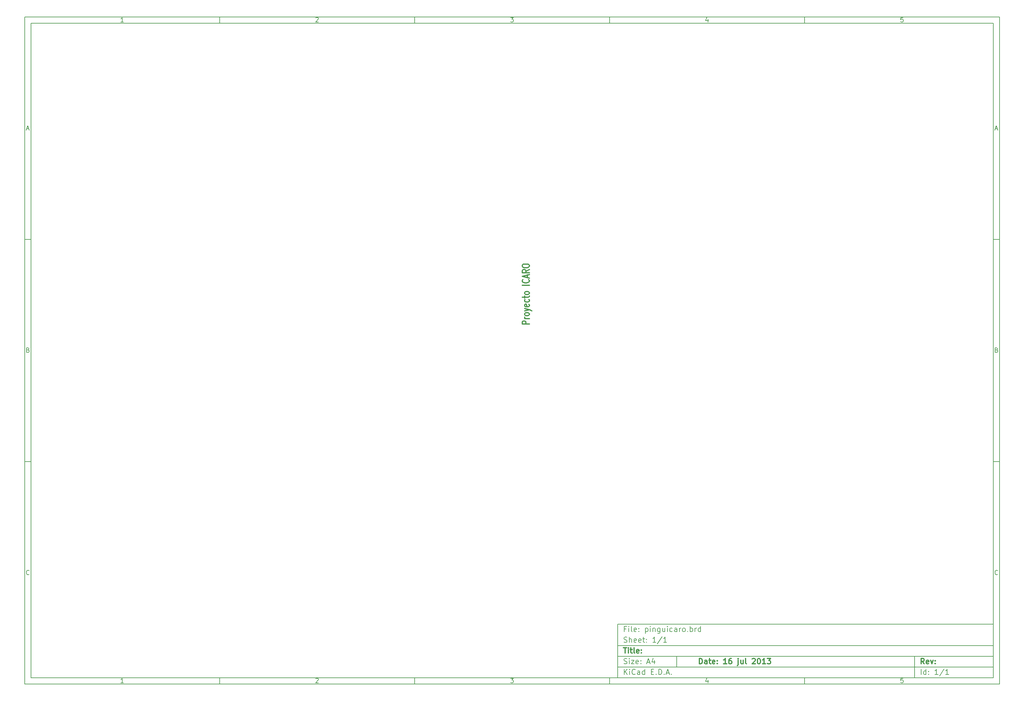
<source format=gbr>
G04 (created by PCBNEW-RS274X (2012-01-19 BZR 3256)-stable) date mar 16 jul 2013 12:41:11 ART*
G01*
G70*
G90*
%MOIN*%
G04 Gerber Fmt 3.4, Leading zero omitted, Abs format*
%FSLAX34Y34*%
G04 APERTURE LIST*
%ADD10C,0.006000*%
%ADD11C,0.012000*%
G04 APERTURE END LIST*
G54D10*
X04000Y-04000D02*
X113000Y-04000D01*
X113000Y-78670D01*
X04000Y-78670D01*
X04000Y-04000D01*
X04700Y-04700D02*
X112300Y-04700D01*
X112300Y-77970D01*
X04700Y-77970D01*
X04700Y-04700D01*
X25800Y-04000D02*
X25800Y-04700D01*
X15043Y-04552D02*
X14757Y-04552D01*
X14900Y-04552D02*
X14900Y-04052D01*
X14852Y-04124D01*
X14805Y-04171D01*
X14757Y-04195D01*
X25800Y-78670D02*
X25800Y-77970D01*
X15043Y-78522D02*
X14757Y-78522D01*
X14900Y-78522D02*
X14900Y-78022D01*
X14852Y-78094D01*
X14805Y-78141D01*
X14757Y-78165D01*
X47600Y-04000D02*
X47600Y-04700D01*
X36557Y-04100D02*
X36581Y-04076D01*
X36629Y-04052D01*
X36748Y-04052D01*
X36795Y-04076D01*
X36819Y-04100D01*
X36843Y-04148D01*
X36843Y-04195D01*
X36819Y-04267D01*
X36533Y-04552D01*
X36843Y-04552D01*
X47600Y-78670D02*
X47600Y-77970D01*
X36557Y-78070D02*
X36581Y-78046D01*
X36629Y-78022D01*
X36748Y-78022D01*
X36795Y-78046D01*
X36819Y-78070D01*
X36843Y-78118D01*
X36843Y-78165D01*
X36819Y-78237D01*
X36533Y-78522D01*
X36843Y-78522D01*
X69400Y-04000D02*
X69400Y-04700D01*
X58333Y-04052D02*
X58643Y-04052D01*
X58476Y-04243D01*
X58548Y-04243D01*
X58595Y-04267D01*
X58619Y-04290D01*
X58643Y-04338D01*
X58643Y-04457D01*
X58619Y-04505D01*
X58595Y-04529D01*
X58548Y-04552D01*
X58405Y-04552D01*
X58357Y-04529D01*
X58333Y-04505D01*
X69400Y-78670D02*
X69400Y-77970D01*
X58333Y-78022D02*
X58643Y-78022D01*
X58476Y-78213D01*
X58548Y-78213D01*
X58595Y-78237D01*
X58619Y-78260D01*
X58643Y-78308D01*
X58643Y-78427D01*
X58619Y-78475D01*
X58595Y-78499D01*
X58548Y-78522D01*
X58405Y-78522D01*
X58357Y-78499D01*
X58333Y-78475D01*
X91200Y-04000D02*
X91200Y-04700D01*
X80395Y-04219D02*
X80395Y-04552D01*
X80276Y-04029D02*
X80157Y-04386D01*
X80467Y-04386D01*
X91200Y-78670D02*
X91200Y-77970D01*
X80395Y-78189D02*
X80395Y-78522D01*
X80276Y-77999D02*
X80157Y-78356D01*
X80467Y-78356D01*
X102219Y-04052D02*
X101981Y-04052D01*
X101957Y-04290D01*
X101981Y-04267D01*
X102029Y-04243D01*
X102148Y-04243D01*
X102195Y-04267D01*
X102219Y-04290D01*
X102243Y-04338D01*
X102243Y-04457D01*
X102219Y-04505D01*
X102195Y-04529D01*
X102148Y-04552D01*
X102029Y-04552D01*
X101981Y-04529D01*
X101957Y-04505D01*
X102219Y-78022D02*
X101981Y-78022D01*
X101957Y-78260D01*
X101981Y-78237D01*
X102029Y-78213D01*
X102148Y-78213D01*
X102195Y-78237D01*
X102219Y-78260D01*
X102243Y-78308D01*
X102243Y-78427D01*
X102219Y-78475D01*
X102195Y-78499D01*
X102148Y-78522D01*
X102029Y-78522D01*
X101981Y-78499D01*
X101957Y-78475D01*
X04000Y-28890D02*
X04700Y-28890D01*
X04231Y-16510D02*
X04469Y-16510D01*
X04184Y-16652D02*
X04350Y-16152D01*
X04517Y-16652D01*
X113000Y-28890D02*
X112300Y-28890D01*
X112531Y-16510D02*
X112769Y-16510D01*
X112484Y-16652D02*
X112650Y-16152D01*
X112817Y-16652D01*
X04000Y-53780D02*
X04700Y-53780D01*
X04386Y-41280D02*
X04457Y-41304D01*
X04481Y-41328D01*
X04505Y-41376D01*
X04505Y-41447D01*
X04481Y-41495D01*
X04457Y-41519D01*
X04410Y-41542D01*
X04219Y-41542D01*
X04219Y-41042D01*
X04386Y-41042D01*
X04433Y-41066D01*
X04457Y-41090D01*
X04481Y-41138D01*
X04481Y-41185D01*
X04457Y-41233D01*
X04433Y-41257D01*
X04386Y-41280D01*
X04219Y-41280D01*
X113000Y-53780D02*
X112300Y-53780D01*
X112686Y-41280D02*
X112757Y-41304D01*
X112781Y-41328D01*
X112805Y-41376D01*
X112805Y-41447D01*
X112781Y-41495D01*
X112757Y-41519D01*
X112710Y-41542D01*
X112519Y-41542D01*
X112519Y-41042D01*
X112686Y-41042D01*
X112733Y-41066D01*
X112757Y-41090D01*
X112781Y-41138D01*
X112781Y-41185D01*
X112757Y-41233D01*
X112733Y-41257D01*
X112686Y-41280D01*
X112519Y-41280D01*
X04505Y-66385D02*
X04481Y-66409D01*
X04410Y-66432D01*
X04362Y-66432D01*
X04290Y-66409D01*
X04243Y-66361D01*
X04219Y-66313D01*
X04195Y-66218D01*
X04195Y-66147D01*
X04219Y-66051D01*
X04243Y-66004D01*
X04290Y-65956D01*
X04362Y-65932D01*
X04410Y-65932D01*
X04481Y-65956D01*
X04505Y-65980D01*
X112805Y-66385D02*
X112781Y-66409D01*
X112710Y-66432D01*
X112662Y-66432D01*
X112590Y-66409D01*
X112543Y-66361D01*
X112519Y-66313D01*
X112495Y-66218D01*
X112495Y-66147D01*
X112519Y-66051D01*
X112543Y-66004D01*
X112590Y-65956D01*
X112662Y-65932D01*
X112710Y-65932D01*
X112781Y-65956D01*
X112805Y-65980D01*
G54D11*
X79443Y-76413D02*
X79443Y-75813D01*
X79586Y-75813D01*
X79671Y-75841D01*
X79729Y-75899D01*
X79757Y-75956D01*
X79786Y-76070D01*
X79786Y-76156D01*
X79757Y-76270D01*
X79729Y-76327D01*
X79671Y-76384D01*
X79586Y-76413D01*
X79443Y-76413D01*
X80300Y-76413D02*
X80300Y-76099D01*
X80271Y-76041D01*
X80214Y-76013D01*
X80100Y-76013D01*
X80043Y-76041D01*
X80300Y-76384D02*
X80243Y-76413D01*
X80100Y-76413D01*
X80043Y-76384D01*
X80014Y-76327D01*
X80014Y-76270D01*
X80043Y-76213D01*
X80100Y-76184D01*
X80243Y-76184D01*
X80300Y-76156D01*
X80500Y-76013D02*
X80729Y-76013D01*
X80586Y-75813D02*
X80586Y-76327D01*
X80614Y-76384D01*
X80672Y-76413D01*
X80729Y-76413D01*
X81157Y-76384D02*
X81100Y-76413D01*
X80986Y-76413D01*
X80929Y-76384D01*
X80900Y-76327D01*
X80900Y-76099D01*
X80929Y-76041D01*
X80986Y-76013D01*
X81100Y-76013D01*
X81157Y-76041D01*
X81186Y-76099D01*
X81186Y-76156D01*
X80900Y-76213D01*
X81443Y-76356D02*
X81471Y-76384D01*
X81443Y-76413D01*
X81414Y-76384D01*
X81443Y-76356D01*
X81443Y-76413D01*
X81443Y-76041D02*
X81471Y-76070D01*
X81443Y-76099D01*
X81414Y-76070D01*
X81443Y-76041D01*
X81443Y-76099D01*
X82500Y-76413D02*
X82157Y-76413D01*
X82329Y-76413D02*
X82329Y-75813D01*
X82272Y-75899D01*
X82214Y-75956D01*
X82157Y-75984D01*
X83014Y-75813D02*
X82900Y-75813D01*
X82843Y-75841D01*
X82814Y-75870D01*
X82757Y-75956D01*
X82728Y-76070D01*
X82728Y-76299D01*
X82757Y-76356D01*
X82785Y-76384D01*
X82843Y-76413D01*
X82957Y-76413D01*
X83014Y-76384D01*
X83043Y-76356D01*
X83071Y-76299D01*
X83071Y-76156D01*
X83043Y-76099D01*
X83014Y-76070D01*
X82957Y-76041D01*
X82843Y-76041D01*
X82785Y-76070D01*
X82757Y-76099D01*
X82728Y-76156D01*
X83785Y-76013D02*
X83785Y-76527D01*
X83756Y-76584D01*
X83699Y-76613D01*
X83671Y-76613D01*
X83785Y-75813D02*
X83756Y-75841D01*
X83785Y-75870D01*
X83813Y-75841D01*
X83785Y-75813D01*
X83785Y-75870D01*
X84328Y-76013D02*
X84328Y-76413D01*
X84071Y-76013D02*
X84071Y-76327D01*
X84099Y-76384D01*
X84157Y-76413D01*
X84242Y-76413D01*
X84299Y-76384D01*
X84328Y-76356D01*
X84700Y-76413D02*
X84642Y-76384D01*
X84614Y-76327D01*
X84614Y-75813D01*
X85356Y-75870D02*
X85385Y-75841D01*
X85442Y-75813D01*
X85585Y-75813D01*
X85642Y-75841D01*
X85671Y-75870D01*
X85699Y-75927D01*
X85699Y-75984D01*
X85671Y-76070D01*
X85328Y-76413D01*
X85699Y-76413D01*
X86070Y-75813D02*
X86127Y-75813D01*
X86184Y-75841D01*
X86213Y-75870D01*
X86242Y-75927D01*
X86270Y-76041D01*
X86270Y-76184D01*
X86242Y-76299D01*
X86213Y-76356D01*
X86184Y-76384D01*
X86127Y-76413D01*
X86070Y-76413D01*
X86013Y-76384D01*
X85984Y-76356D01*
X85956Y-76299D01*
X85927Y-76184D01*
X85927Y-76041D01*
X85956Y-75927D01*
X85984Y-75870D01*
X86013Y-75841D01*
X86070Y-75813D01*
X86841Y-76413D02*
X86498Y-76413D01*
X86670Y-76413D02*
X86670Y-75813D01*
X86613Y-75899D01*
X86555Y-75956D01*
X86498Y-75984D01*
X87041Y-75813D02*
X87412Y-75813D01*
X87212Y-76041D01*
X87298Y-76041D01*
X87355Y-76070D01*
X87384Y-76099D01*
X87412Y-76156D01*
X87412Y-76299D01*
X87384Y-76356D01*
X87355Y-76384D01*
X87298Y-76413D01*
X87126Y-76413D01*
X87069Y-76384D01*
X87041Y-76356D01*
G54D10*
X71043Y-77613D02*
X71043Y-77013D01*
X71386Y-77613D02*
X71129Y-77270D01*
X71386Y-77013D02*
X71043Y-77356D01*
X71643Y-77613D02*
X71643Y-77213D01*
X71643Y-77013D02*
X71614Y-77041D01*
X71643Y-77070D01*
X71671Y-77041D01*
X71643Y-77013D01*
X71643Y-77070D01*
X72272Y-77556D02*
X72243Y-77584D01*
X72157Y-77613D01*
X72100Y-77613D01*
X72015Y-77584D01*
X71957Y-77527D01*
X71929Y-77470D01*
X71900Y-77356D01*
X71900Y-77270D01*
X71929Y-77156D01*
X71957Y-77099D01*
X72015Y-77041D01*
X72100Y-77013D01*
X72157Y-77013D01*
X72243Y-77041D01*
X72272Y-77070D01*
X72786Y-77613D02*
X72786Y-77299D01*
X72757Y-77241D01*
X72700Y-77213D01*
X72586Y-77213D01*
X72529Y-77241D01*
X72786Y-77584D02*
X72729Y-77613D01*
X72586Y-77613D01*
X72529Y-77584D01*
X72500Y-77527D01*
X72500Y-77470D01*
X72529Y-77413D01*
X72586Y-77384D01*
X72729Y-77384D01*
X72786Y-77356D01*
X73329Y-77613D02*
X73329Y-77013D01*
X73329Y-77584D02*
X73272Y-77613D01*
X73158Y-77613D01*
X73100Y-77584D01*
X73072Y-77556D01*
X73043Y-77499D01*
X73043Y-77327D01*
X73072Y-77270D01*
X73100Y-77241D01*
X73158Y-77213D01*
X73272Y-77213D01*
X73329Y-77241D01*
X74072Y-77299D02*
X74272Y-77299D01*
X74358Y-77613D02*
X74072Y-77613D01*
X74072Y-77013D01*
X74358Y-77013D01*
X74615Y-77556D02*
X74643Y-77584D01*
X74615Y-77613D01*
X74586Y-77584D01*
X74615Y-77556D01*
X74615Y-77613D01*
X74901Y-77613D02*
X74901Y-77013D01*
X75044Y-77013D01*
X75129Y-77041D01*
X75187Y-77099D01*
X75215Y-77156D01*
X75244Y-77270D01*
X75244Y-77356D01*
X75215Y-77470D01*
X75187Y-77527D01*
X75129Y-77584D01*
X75044Y-77613D01*
X74901Y-77613D01*
X75501Y-77556D02*
X75529Y-77584D01*
X75501Y-77613D01*
X75472Y-77584D01*
X75501Y-77556D01*
X75501Y-77613D01*
X75758Y-77441D02*
X76044Y-77441D01*
X75701Y-77613D02*
X75901Y-77013D01*
X76101Y-77613D01*
X76301Y-77556D02*
X76329Y-77584D01*
X76301Y-77613D01*
X76272Y-77584D01*
X76301Y-77556D01*
X76301Y-77613D01*
G54D11*
X104586Y-76413D02*
X104386Y-76127D01*
X104243Y-76413D02*
X104243Y-75813D01*
X104471Y-75813D01*
X104529Y-75841D01*
X104557Y-75870D01*
X104586Y-75927D01*
X104586Y-76013D01*
X104557Y-76070D01*
X104529Y-76099D01*
X104471Y-76127D01*
X104243Y-76127D01*
X105071Y-76384D02*
X105014Y-76413D01*
X104900Y-76413D01*
X104843Y-76384D01*
X104814Y-76327D01*
X104814Y-76099D01*
X104843Y-76041D01*
X104900Y-76013D01*
X105014Y-76013D01*
X105071Y-76041D01*
X105100Y-76099D01*
X105100Y-76156D01*
X104814Y-76213D01*
X105300Y-76013D02*
X105443Y-76413D01*
X105585Y-76013D01*
X105814Y-76356D02*
X105842Y-76384D01*
X105814Y-76413D01*
X105785Y-76384D01*
X105814Y-76356D01*
X105814Y-76413D01*
X105814Y-76041D02*
X105842Y-76070D01*
X105814Y-76099D01*
X105785Y-76070D01*
X105814Y-76041D01*
X105814Y-76099D01*
G54D10*
X71014Y-76384D02*
X71100Y-76413D01*
X71243Y-76413D01*
X71300Y-76384D01*
X71329Y-76356D01*
X71357Y-76299D01*
X71357Y-76241D01*
X71329Y-76184D01*
X71300Y-76156D01*
X71243Y-76127D01*
X71129Y-76099D01*
X71071Y-76070D01*
X71043Y-76041D01*
X71014Y-75984D01*
X71014Y-75927D01*
X71043Y-75870D01*
X71071Y-75841D01*
X71129Y-75813D01*
X71271Y-75813D01*
X71357Y-75841D01*
X71614Y-76413D02*
X71614Y-76013D01*
X71614Y-75813D02*
X71585Y-75841D01*
X71614Y-75870D01*
X71642Y-75841D01*
X71614Y-75813D01*
X71614Y-75870D01*
X71843Y-76013D02*
X72157Y-76013D01*
X71843Y-76413D01*
X72157Y-76413D01*
X72614Y-76384D02*
X72557Y-76413D01*
X72443Y-76413D01*
X72386Y-76384D01*
X72357Y-76327D01*
X72357Y-76099D01*
X72386Y-76041D01*
X72443Y-76013D01*
X72557Y-76013D01*
X72614Y-76041D01*
X72643Y-76099D01*
X72643Y-76156D01*
X72357Y-76213D01*
X72900Y-76356D02*
X72928Y-76384D01*
X72900Y-76413D01*
X72871Y-76384D01*
X72900Y-76356D01*
X72900Y-76413D01*
X72900Y-76041D02*
X72928Y-76070D01*
X72900Y-76099D01*
X72871Y-76070D01*
X72900Y-76041D01*
X72900Y-76099D01*
X73614Y-76241D02*
X73900Y-76241D01*
X73557Y-76413D02*
X73757Y-75813D01*
X73957Y-76413D01*
X74414Y-76013D02*
X74414Y-76413D01*
X74271Y-75784D02*
X74128Y-76213D01*
X74500Y-76213D01*
X104243Y-77613D02*
X104243Y-77013D01*
X104786Y-77613D02*
X104786Y-77013D01*
X104786Y-77584D02*
X104729Y-77613D01*
X104615Y-77613D01*
X104557Y-77584D01*
X104529Y-77556D01*
X104500Y-77499D01*
X104500Y-77327D01*
X104529Y-77270D01*
X104557Y-77241D01*
X104615Y-77213D01*
X104729Y-77213D01*
X104786Y-77241D01*
X105072Y-77556D02*
X105100Y-77584D01*
X105072Y-77613D01*
X105043Y-77584D01*
X105072Y-77556D01*
X105072Y-77613D01*
X105072Y-77241D02*
X105100Y-77270D01*
X105072Y-77299D01*
X105043Y-77270D01*
X105072Y-77241D01*
X105072Y-77299D01*
X106129Y-77613D02*
X105786Y-77613D01*
X105958Y-77613D02*
X105958Y-77013D01*
X105901Y-77099D01*
X105843Y-77156D01*
X105786Y-77184D01*
X106814Y-76984D02*
X106300Y-77756D01*
X107329Y-77613D02*
X106986Y-77613D01*
X107158Y-77613D02*
X107158Y-77013D01*
X107101Y-77099D01*
X107043Y-77156D01*
X106986Y-77184D01*
G54D11*
X70957Y-74613D02*
X71300Y-74613D01*
X71129Y-75213D02*
X71129Y-74613D01*
X71500Y-75213D02*
X71500Y-74813D01*
X71500Y-74613D02*
X71471Y-74641D01*
X71500Y-74670D01*
X71528Y-74641D01*
X71500Y-74613D01*
X71500Y-74670D01*
X71700Y-74813D02*
X71929Y-74813D01*
X71786Y-74613D02*
X71786Y-75127D01*
X71814Y-75184D01*
X71872Y-75213D01*
X71929Y-75213D01*
X72215Y-75213D02*
X72157Y-75184D01*
X72129Y-75127D01*
X72129Y-74613D01*
X72671Y-75184D02*
X72614Y-75213D01*
X72500Y-75213D01*
X72443Y-75184D01*
X72414Y-75127D01*
X72414Y-74899D01*
X72443Y-74841D01*
X72500Y-74813D01*
X72614Y-74813D01*
X72671Y-74841D01*
X72700Y-74899D01*
X72700Y-74956D01*
X72414Y-75013D01*
X72957Y-75156D02*
X72985Y-75184D01*
X72957Y-75213D01*
X72928Y-75184D01*
X72957Y-75156D01*
X72957Y-75213D01*
X72957Y-74841D02*
X72985Y-74870D01*
X72957Y-74899D01*
X72928Y-74870D01*
X72957Y-74841D01*
X72957Y-74899D01*
G54D10*
X71243Y-72499D02*
X71043Y-72499D01*
X71043Y-72813D02*
X71043Y-72213D01*
X71329Y-72213D01*
X71557Y-72813D02*
X71557Y-72413D01*
X71557Y-72213D02*
X71528Y-72241D01*
X71557Y-72270D01*
X71585Y-72241D01*
X71557Y-72213D01*
X71557Y-72270D01*
X71929Y-72813D02*
X71871Y-72784D01*
X71843Y-72727D01*
X71843Y-72213D01*
X72385Y-72784D02*
X72328Y-72813D01*
X72214Y-72813D01*
X72157Y-72784D01*
X72128Y-72727D01*
X72128Y-72499D01*
X72157Y-72441D01*
X72214Y-72413D01*
X72328Y-72413D01*
X72385Y-72441D01*
X72414Y-72499D01*
X72414Y-72556D01*
X72128Y-72613D01*
X72671Y-72756D02*
X72699Y-72784D01*
X72671Y-72813D01*
X72642Y-72784D01*
X72671Y-72756D01*
X72671Y-72813D01*
X72671Y-72441D02*
X72699Y-72470D01*
X72671Y-72499D01*
X72642Y-72470D01*
X72671Y-72441D01*
X72671Y-72499D01*
X73414Y-72413D02*
X73414Y-73013D01*
X73414Y-72441D02*
X73471Y-72413D01*
X73585Y-72413D01*
X73642Y-72441D01*
X73671Y-72470D01*
X73700Y-72527D01*
X73700Y-72699D01*
X73671Y-72756D01*
X73642Y-72784D01*
X73585Y-72813D01*
X73471Y-72813D01*
X73414Y-72784D01*
X73957Y-72813D02*
X73957Y-72413D01*
X73957Y-72213D02*
X73928Y-72241D01*
X73957Y-72270D01*
X73985Y-72241D01*
X73957Y-72213D01*
X73957Y-72270D01*
X74243Y-72413D02*
X74243Y-72813D01*
X74243Y-72470D02*
X74271Y-72441D01*
X74329Y-72413D01*
X74414Y-72413D01*
X74471Y-72441D01*
X74500Y-72499D01*
X74500Y-72813D01*
X75043Y-72413D02*
X75043Y-72899D01*
X75014Y-72956D01*
X74986Y-72984D01*
X74929Y-73013D01*
X74843Y-73013D01*
X74786Y-72984D01*
X75043Y-72784D02*
X74986Y-72813D01*
X74872Y-72813D01*
X74814Y-72784D01*
X74786Y-72756D01*
X74757Y-72699D01*
X74757Y-72527D01*
X74786Y-72470D01*
X74814Y-72441D01*
X74872Y-72413D01*
X74986Y-72413D01*
X75043Y-72441D01*
X75586Y-72413D02*
X75586Y-72813D01*
X75329Y-72413D02*
X75329Y-72727D01*
X75357Y-72784D01*
X75415Y-72813D01*
X75500Y-72813D01*
X75557Y-72784D01*
X75586Y-72756D01*
X75872Y-72813D02*
X75872Y-72413D01*
X75872Y-72213D02*
X75843Y-72241D01*
X75872Y-72270D01*
X75900Y-72241D01*
X75872Y-72213D01*
X75872Y-72270D01*
X76415Y-72784D02*
X76358Y-72813D01*
X76244Y-72813D01*
X76186Y-72784D01*
X76158Y-72756D01*
X76129Y-72699D01*
X76129Y-72527D01*
X76158Y-72470D01*
X76186Y-72441D01*
X76244Y-72413D01*
X76358Y-72413D01*
X76415Y-72441D01*
X76929Y-72813D02*
X76929Y-72499D01*
X76900Y-72441D01*
X76843Y-72413D01*
X76729Y-72413D01*
X76672Y-72441D01*
X76929Y-72784D02*
X76872Y-72813D01*
X76729Y-72813D01*
X76672Y-72784D01*
X76643Y-72727D01*
X76643Y-72670D01*
X76672Y-72613D01*
X76729Y-72584D01*
X76872Y-72584D01*
X76929Y-72556D01*
X77215Y-72813D02*
X77215Y-72413D01*
X77215Y-72527D02*
X77243Y-72470D01*
X77272Y-72441D01*
X77329Y-72413D01*
X77386Y-72413D01*
X77672Y-72813D02*
X77614Y-72784D01*
X77586Y-72756D01*
X77557Y-72699D01*
X77557Y-72527D01*
X77586Y-72470D01*
X77614Y-72441D01*
X77672Y-72413D01*
X77757Y-72413D01*
X77814Y-72441D01*
X77843Y-72470D01*
X77872Y-72527D01*
X77872Y-72699D01*
X77843Y-72756D01*
X77814Y-72784D01*
X77757Y-72813D01*
X77672Y-72813D01*
X78129Y-72756D02*
X78157Y-72784D01*
X78129Y-72813D01*
X78100Y-72784D01*
X78129Y-72756D01*
X78129Y-72813D01*
X78415Y-72813D02*
X78415Y-72213D01*
X78415Y-72441D02*
X78472Y-72413D01*
X78586Y-72413D01*
X78643Y-72441D01*
X78672Y-72470D01*
X78701Y-72527D01*
X78701Y-72699D01*
X78672Y-72756D01*
X78643Y-72784D01*
X78586Y-72813D01*
X78472Y-72813D01*
X78415Y-72784D01*
X78958Y-72813D02*
X78958Y-72413D01*
X78958Y-72527D02*
X78986Y-72470D01*
X79015Y-72441D01*
X79072Y-72413D01*
X79129Y-72413D01*
X79586Y-72813D02*
X79586Y-72213D01*
X79586Y-72784D02*
X79529Y-72813D01*
X79415Y-72813D01*
X79357Y-72784D01*
X79329Y-72756D01*
X79300Y-72699D01*
X79300Y-72527D01*
X79329Y-72470D01*
X79357Y-72441D01*
X79415Y-72413D01*
X79529Y-72413D01*
X79586Y-72441D01*
X71014Y-73984D02*
X71100Y-74013D01*
X71243Y-74013D01*
X71300Y-73984D01*
X71329Y-73956D01*
X71357Y-73899D01*
X71357Y-73841D01*
X71329Y-73784D01*
X71300Y-73756D01*
X71243Y-73727D01*
X71129Y-73699D01*
X71071Y-73670D01*
X71043Y-73641D01*
X71014Y-73584D01*
X71014Y-73527D01*
X71043Y-73470D01*
X71071Y-73441D01*
X71129Y-73413D01*
X71271Y-73413D01*
X71357Y-73441D01*
X71614Y-74013D02*
X71614Y-73413D01*
X71871Y-74013D02*
X71871Y-73699D01*
X71842Y-73641D01*
X71785Y-73613D01*
X71700Y-73613D01*
X71642Y-73641D01*
X71614Y-73670D01*
X72385Y-73984D02*
X72328Y-74013D01*
X72214Y-74013D01*
X72157Y-73984D01*
X72128Y-73927D01*
X72128Y-73699D01*
X72157Y-73641D01*
X72214Y-73613D01*
X72328Y-73613D01*
X72385Y-73641D01*
X72414Y-73699D01*
X72414Y-73756D01*
X72128Y-73813D01*
X72899Y-73984D02*
X72842Y-74013D01*
X72728Y-74013D01*
X72671Y-73984D01*
X72642Y-73927D01*
X72642Y-73699D01*
X72671Y-73641D01*
X72728Y-73613D01*
X72842Y-73613D01*
X72899Y-73641D01*
X72928Y-73699D01*
X72928Y-73756D01*
X72642Y-73813D01*
X73099Y-73613D02*
X73328Y-73613D01*
X73185Y-73413D02*
X73185Y-73927D01*
X73213Y-73984D01*
X73271Y-74013D01*
X73328Y-74013D01*
X73528Y-73956D02*
X73556Y-73984D01*
X73528Y-74013D01*
X73499Y-73984D01*
X73528Y-73956D01*
X73528Y-74013D01*
X73528Y-73641D02*
X73556Y-73670D01*
X73528Y-73699D01*
X73499Y-73670D01*
X73528Y-73641D01*
X73528Y-73699D01*
X74585Y-74013D02*
X74242Y-74013D01*
X74414Y-74013D02*
X74414Y-73413D01*
X74357Y-73499D01*
X74299Y-73556D01*
X74242Y-73584D01*
X75270Y-73384D02*
X74756Y-74156D01*
X75785Y-74013D02*
X75442Y-74013D01*
X75614Y-74013D02*
X75614Y-73413D01*
X75557Y-73499D01*
X75499Y-73556D01*
X75442Y-73584D01*
X70300Y-71970D02*
X70300Y-77970D01*
X70300Y-71970D02*
X112300Y-71970D01*
X70300Y-71970D02*
X112300Y-71970D01*
X70300Y-74370D02*
X112300Y-74370D01*
X103500Y-75570D02*
X103500Y-77970D01*
X70300Y-76770D02*
X112300Y-76770D01*
X70300Y-75570D02*
X112300Y-75570D01*
X76900Y-75570D02*
X76900Y-76770D01*
G54D11*
X60428Y-38366D02*
X59628Y-38366D01*
X59628Y-38138D01*
X59666Y-38080D01*
X59704Y-38052D01*
X59780Y-38023D01*
X59894Y-38023D01*
X59971Y-38052D01*
X60009Y-38080D01*
X60047Y-38138D01*
X60047Y-38366D01*
X60428Y-37766D02*
X59894Y-37766D01*
X60047Y-37766D02*
X59971Y-37738D01*
X59933Y-37709D01*
X59894Y-37652D01*
X59894Y-37595D01*
X60428Y-37309D02*
X60390Y-37367D01*
X60352Y-37395D01*
X60275Y-37424D01*
X60047Y-37424D01*
X59971Y-37395D01*
X59933Y-37367D01*
X59894Y-37309D01*
X59894Y-37224D01*
X59933Y-37167D01*
X59971Y-37138D01*
X60047Y-37109D01*
X60275Y-37109D01*
X60352Y-37138D01*
X60390Y-37167D01*
X60428Y-37224D01*
X60428Y-37309D01*
X59894Y-36909D02*
X60428Y-36766D01*
X59894Y-36624D02*
X60428Y-36766D01*
X60618Y-36824D01*
X60656Y-36852D01*
X60694Y-36909D01*
X60390Y-36167D02*
X60428Y-36224D01*
X60428Y-36338D01*
X60390Y-36395D01*
X60314Y-36424D01*
X60009Y-36424D01*
X59933Y-36395D01*
X59894Y-36338D01*
X59894Y-36224D01*
X59933Y-36167D01*
X60009Y-36138D01*
X60085Y-36138D01*
X60161Y-36424D01*
X60390Y-35624D02*
X60428Y-35681D01*
X60428Y-35795D01*
X60390Y-35853D01*
X60352Y-35881D01*
X60275Y-35910D01*
X60047Y-35910D01*
X59971Y-35881D01*
X59933Y-35853D01*
X59894Y-35795D01*
X59894Y-35681D01*
X59933Y-35624D01*
X59894Y-35453D02*
X59894Y-35224D01*
X59628Y-35367D02*
X60314Y-35367D01*
X60390Y-35339D01*
X60428Y-35281D01*
X60428Y-35224D01*
X60428Y-34938D02*
X60390Y-34996D01*
X60352Y-35024D01*
X60275Y-35053D01*
X60047Y-35053D01*
X59971Y-35024D01*
X59933Y-34996D01*
X59894Y-34938D01*
X59894Y-34853D01*
X59933Y-34796D01*
X59971Y-34767D01*
X60047Y-34738D01*
X60275Y-34738D01*
X60352Y-34767D01*
X60390Y-34796D01*
X60428Y-34853D01*
X60428Y-34938D01*
X60428Y-34024D02*
X59628Y-34024D01*
X60352Y-33395D02*
X60390Y-33424D01*
X60428Y-33510D01*
X60428Y-33567D01*
X60390Y-33652D01*
X60314Y-33710D01*
X60237Y-33738D01*
X60085Y-33767D01*
X59971Y-33767D01*
X59818Y-33738D01*
X59742Y-33710D01*
X59666Y-33652D01*
X59628Y-33567D01*
X59628Y-33510D01*
X59666Y-33424D01*
X59704Y-33395D01*
X60199Y-33167D02*
X60199Y-32881D01*
X60428Y-33224D02*
X59628Y-33024D01*
X60428Y-32824D01*
X60428Y-32281D02*
X60047Y-32481D01*
X60428Y-32624D02*
X59628Y-32624D01*
X59628Y-32396D01*
X59666Y-32338D01*
X59704Y-32310D01*
X59780Y-32281D01*
X59894Y-32281D01*
X59971Y-32310D01*
X60009Y-32338D01*
X60047Y-32396D01*
X60047Y-32624D01*
X59628Y-31910D02*
X59628Y-31796D01*
X59666Y-31738D01*
X59742Y-31681D01*
X59894Y-31653D01*
X60161Y-31653D01*
X60314Y-31681D01*
X60390Y-31738D01*
X60428Y-31796D01*
X60428Y-31910D01*
X60390Y-31967D01*
X60314Y-32024D01*
X60161Y-32053D01*
X59894Y-32053D01*
X59742Y-32024D01*
X59666Y-31967D01*
X59628Y-31910D01*
M02*

</source>
